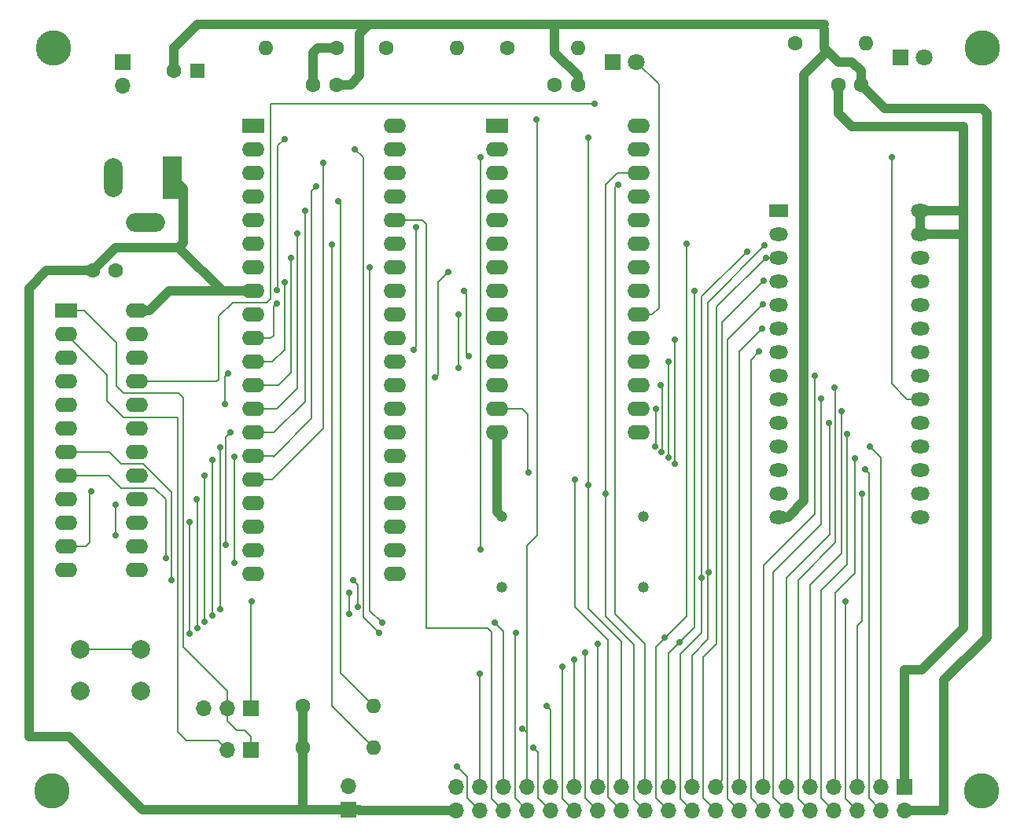
<source format=gbr>
%TF.GenerationSoftware,KiCad,Pcbnew,8.0.6*%
%TF.CreationDate,2024-12-09T21:22:34+01:00*%
%TF.ProjectId,mic1-cpu,6d696331-2d63-4707-952e-6b696361645f,rev?*%
%TF.SameCoordinates,Original*%
%TF.FileFunction,Copper,L1,Top*%
%TF.FilePolarity,Positive*%
%FSLAX46Y46*%
G04 Gerber Fmt 4.6, Leading zero omitted, Abs format (unit mm)*
G04 Created by KiCad (PCBNEW 8.0.6) date 2024-12-09 21:22:34*
%MOMM*%
%LPD*%
G01*
G04 APERTURE LIST*
%TA.AperFunction,ComponentPad*%
%ADD10C,1.600000*%
%TD*%
%TA.AperFunction,ComponentPad*%
%ADD11O,1.600000X1.600000*%
%TD*%
%TA.AperFunction,ComponentPad*%
%ADD12R,1.700000X1.700000*%
%TD*%
%TA.AperFunction,ComponentPad*%
%ADD13O,1.700000X1.700000*%
%TD*%
%TA.AperFunction,ComponentPad*%
%ADD14C,3.800000*%
%TD*%
%TA.AperFunction,ComponentPad*%
%ADD15C,1.800000*%
%TD*%
%TA.AperFunction,ComponentPad*%
%ADD16R,1.800000X1.800000*%
%TD*%
%TA.AperFunction,ComponentPad*%
%ADD17R,1.600000X1.600000*%
%TD*%
%TA.AperFunction,ComponentPad*%
%ADD18C,2.000000*%
%TD*%
%TA.AperFunction,ComponentPad*%
%ADD19R,2.000000X1.440000*%
%TD*%
%TA.AperFunction,ComponentPad*%
%ADD20O,2.000000X1.440000*%
%TD*%
%TA.AperFunction,ComponentPad*%
%ADD21O,4.200000X2.000000*%
%TD*%
%TA.AperFunction,ComponentPad*%
%ADD22O,2.000000X4.200000*%
%TD*%
%TA.AperFunction,ComponentPad*%
%ADD23R,2.000000X4.600000*%
%TD*%
%TA.AperFunction,ComponentPad*%
%ADD24R,2.400000X1.600000*%
%TD*%
%TA.AperFunction,ComponentPad*%
%ADD25O,2.400000X1.600000*%
%TD*%
%TA.AperFunction,ComponentPad*%
%ADD26C,1.192000*%
%TD*%
%TA.AperFunction,ViaPad*%
%ADD27C,0.700000*%
%TD*%
%TA.AperFunction,Conductor*%
%ADD28C,0.200000*%
%TD*%
%TA.AperFunction,Conductor*%
%ADD29C,1.000000*%
%TD*%
G04 APERTURE END LIST*
D10*
%TO.P,R6,1*%
%TO.N,VDD*%
X62390000Y-118400000D03*
D11*
%TO.P,R6,2*%
%TO.N,~{NMI}*%
X70010000Y-118400000D03*
%TD*%
D10*
%TO.P,R5,1*%
%TO.N,VDD*%
X62390000Y-113900000D03*
D11*
%TO.P,R5,2*%
%TO.N,~{IRQ}*%
X70010000Y-113900000D03*
%TD*%
D12*
%TO.P,J6,1,Pin_1*%
%TO.N,CLK*%
X56775000Y-118612500D03*
D13*
%TO.P,J6,2,Pin_2*%
%TO.N,Net-(IC1-RWB)*%
X54235000Y-118612500D03*
%TD*%
D10*
%TO.P,C3,2*%
%TO.N,GND*%
X122500000Y-47000000D03*
%TO.P,C3,1*%
%TO.N,VDD*%
X120000000Y-47000000D03*
%TD*%
D12*
%TO.P,J1,1,Pin_1*%
%TO.N,VDD*%
X127120000Y-122560000D03*
D13*
%TO.P,J1,2,Pin_2*%
%TO.N,GND*%
X127120000Y-125100000D03*
%TO.P,J1,3,Pin_3*%
%TO.N,/D0*%
X124580000Y-122560000D03*
%TO.P,J1,4,Pin_4*%
%TO.N,/D1*%
X124580000Y-125100000D03*
%TO.P,J1,5,Pin_5*%
%TO.N,/D2*%
X122040000Y-122560000D03*
%TO.P,J1,6,Pin_6*%
%TO.N,/D3*%
X122040000Y-125100000D03*
%TO.P,J1,7,Pin_7*%
%TO.N,/D4*%
X119500000Y-122560000D03*
%TO.P,J1,8,Pin_8*%
%TO.N,/D5*%
X119500000Y-125100000D03*
%TO.P,J1,9,Pin_9*%
%TO.N,/D6*%
X116960000Y-122560000D03*
%TO.P,J1,10,Pin_10*%
%TO.N,/D7*%
X116960000Y-125100000D03*
%TO.P,J1,11,Pin_11*%
%TO.N,/A0*%
X114420000Y-122560000D03*
%TO.P,J1,12,Pin_12*%
%TO.N,/A1*%
X114420000Y-125100000D03*
%TO.P,J1,13,Pin_13*%
%TO.N,/A2*%
X111880000Y-122560000D03*
%TO.P,J1,14,Pin_14*%
%TO.N,/A3*%
X111880000Y-125100000D03*
%TO.P,J1,15,Pin_15*%
%TO.N,/A4*%
X109340000Y-122560000D03*
%TO.P,J1,16,Pin_16*%
%TO.N,/A5*%
X109340000Y-125100000D03*
%TO.P,J1,17,Pin_17*%
%TO.N,/A6*%
X106800000Y-122560000D03*
%TO.P,J1,18,Pin_18*%
%TO.N,/A7*%
X106800000Y-125100000D03*
%TO.P,J1,19,Pin_19*%
%TO.N,/A8*%
X104260000Y-122560000D03*
%TO.P,J1,20,Pin_20*%
%TO.N,/A9*%
X104260000Y-125100000D03*
%TO.P,J1,21,Pin_21*%
%TO.N,/A10*%
X101720000Y-122560000D03*
%TO.P,J1,22,Pin_22*%
%TO.N,/A11*%
X101720000Y-125100000D03*
%TO.P,J1,23,Pin_23*%
%TO.N,/A12*%
X99180000Y-122560000D03*
%TO.P,J1,24,Pin_24*%
%TO.N,/A13*%
X99180000Y-125100000D03*
%TO.P,J1,25,Pin_25*%
%TO.N,/A14*%
X96640000Y-122560000D03*
%TO.P,J1,26,Pin_26*%
%TO.N,/A15*%
X96640000Y-125100000D03*
%TO.P,J1,27,Pin_27*%
%TO.N,CSIO1*%
X94100000Y-122560000D03*
%TO.P,J1,28,Pin_28*%
%TO.N,CSIO2*%
X94100000Y-125100000D03*
%TO.P,J1,29,Pin_29*%
%TO.N,CSIO3*%
X91560000Y-122560000D03*
%TO.P,J1,30,Pin_30*%
%TO.N,CSIO4*%
X91560000Y-125100000D03*
%TO.P,J1,31,Pin_31*%
%TO.N,~{IRQ}*%
X89020000Y-122560000D03*
%TO.P,J1,32,Pin_32*%
%TO.N,~{NMI}*%
X89020000Y-125100000D03*
%TO.P,J1,33,Pin_33*%
%TO.N,RESB*%
X86480000Y-122560000D03*
%TO.P,J1,34,Pin_34*%
%TO.N,RDY*%
X86480000Y-125100000D03*
%TO.P,J1,35,Pin_35*%
%TO.N,SYNC*%
X83940000Y-122560000D03*
%TO.P,J1,36,Pin_36*%
%TO.N,BE*%
X83940000Y-125100000D03*
%TO.P,J1,37,Pin_37*%
%TO.N,CSIO5*%
X81400000Y-122560000D03*
%TO.P,J1,38,Pin_38*%
%TO.N,CLK*%
X81400000Y-125100000D03*
%TO.P,J1,39,Pin_39*%
%TO.N,GND*%
X78860000Y-122560000D03*
%TO.P,J1,40,Pin_40*%
%TO.N,VDD*%
X78860000Y-125100000D03*
%TD*%
D11*
%TO.P,R1,2*%
%TO.N,RDY*%
X58380000Y-43000000D03*
D10*
%TO.P,R1,1*%
%TO.N,VDD*%
X66000000Y-43000000D03*
%TD*%
D11*
%TO.P,R4,2*%
%TO.N,RESB*%
X79000000Y-43000000D03*
D10*
%TO.P,R4,1*%
%TO.N,VDD*%
X71380000Y-43000000D03*
%TD*%
%TO.P,C2,2*%
%TO.N,GND*%
X92000000Y-47000000D03*
%TO.P,C2,1*%
%TO.N,VDD*%
X89500000Y-47000000D03*
%TD*%
D11*
%TO.P,R2,2*%
%TO.N,Net-(D1-K)*%
X123000000Y-42500000D03*
D10*
%TO.P,R2,1*%
%TO.N,VDD*%
X115380000Y-42500000D03*
%TD*%
%TO.P,C4,1*%
%TO.N,VDD*%
X39750000Y-67000000D03*
%TO.P,C4,2*%
%TO.N,GND*%
X42250000Y-67000000D03*
%TD*%
%TO.P,C1,2*%
%TO.N,GND*%
X66000000Y-47000000D03*
%TO.P,C1,1*%
%TO.N,VDD*%
X63500000Y-47000000D03*
%TD*%
D14*
%TO.P,Hole1,1*%
%TO.N,N/C*%
X35400000Y-123000000D03*
%TD*%
D15*
%TO.P,D1,2,A*%
%TO.N,Net-(D1-A)*%
X129265000Y-44000000D03*
D16*
%TO.P,D1,1,K*%
%TO.N,Net-(D1-K)*%
X126725000Y-44000000D03*
%TD*%
D11*
%TO.P,R3,2*%
%TO.N,Net-(D2-K)*%
X92000000Y-43000000D03*
D10*
%TO.P,R3,1*%
%TO.N,VDD*%
X84380000Y-43000000D03*
%TD*%
%TO.P,C5,2*%
%TO.N,GND*%
X48500000Y-45500000D03*
D17*
%TO.P,C5,1*%
%TO.N,VDD*%
X51000000Y-45500000D03*
%TD*%
D13*
%TO.P,J3,3,Pin_3*%
%TO.N,EXTCLK*%
X51720000Y-114112500D03*
%TO.P,J3,2,Pin_2*%
%TO.N,CLK*%
X54260000Y-114112500D03*
D12*
%TO.P,J3,1,Pin_1*%
%TO.N,Net-(J3-Pin_1)*%
X56800000Y-114112500D03*
%TD*%
D18*
%TO.P,SW1,4,A*%
%TO.N,GND*%
X44900000Y-112300000D03*
%TO.P,SW1,3,K*%
X38400000Y-112300000D03*
%TO.P,SW1,2,2*%
%TO.N,RESB*%
X44900000Y-107800000D03*
%TO.P,SW1,1,1*%
X38400000Y-107800000D03*
%TD*%
D15*
%TO.P,D2,2,A*%
%TO.N,Net-(D2-A)*%
X98265000Y-44500000D03*
D16*
%TO.P,D2,1,K*%
%TO.N,Net-(D2-K)*%
X95725000Y-44500000D03*
%TD*%
D19*
%TO.P,IC3,1,A14*%
%TO.N,/A14*%
X113607500Y-60510000D03*
D20*
%TO.P,IC3,2,A12*%
%TO.N,/A12*%
X113607500Y-63050000D03*
%TO.P,IC3,3,A7*%
%TO.N,/A7*%
X113607500Y-65590000D03*
%TO.P,IC3,4,A6*%
%TO.N,/A6*%
X113607500Y-68130000D03*
%TO.P,IC3,5,A5*%
%TO.N,/A5*%
X113607500Y-70670000D03*
%TO.P,IC3,6,A4*%
%TO.N,/A4*%
X113607500Y-73210000D03*
%TO.P,IC3,7,A3*%
%TO.N,/A3*%
X113607500Y-75750000D03*
%TO.P,IC3,8,A2*%
%TO.N,/A2*%
X113607500Y-78290000D03*
%TO.P,IC3,9,A1*%
%TO.N,/A1*%
X113607500Y-80830000D03*
%TO.P,IC3,10,A0*%
%TO.N,/A0*%
X113607500Y-83370000D03*
%TO.P,IC3,11,D0*%
%TO.N,/D0*%
X113607500Y-85910000D03*
%TO.P,IC3,12,D1*%
%TO.N,/D1*%
X113607500Y-88450000D03*
%TO.P,IC3,13,D2*%
%TO.N,/D2*%
X113607500Y-90990000D03*
%TO.P,IC3,14,GND*%
%TO.N,GND*%
X113607500Y-93530000D03*
%TO.P,IC3,15,D3*%
%TO.N,/D3*%
X128847500Y-93530000D03*
%TO.P,IC3,16,D4*%
%TO.N,/D4*%
X128847500Y-90990000D03*
%TO.P,IC3,17,D5*%
%TO.N,/D5*%
X128847500Y-88450000D03*
%TO.P,IC3,18,D6*%
%TO.N,/D6*%
X128847500Y-85910000D03*
%TO.P,IC3,19,D7*%
%TO.N,/D7*%
X128847500Y-83370000D03*
%TO.P,IC3,20,~{CS}*%
%TO.N,Net-(D1-A)*%
X128847500Y-80830000D03*
%TO.P,IC3,21,A10*%
%TO.N,/A10*%
X128847500Y-78290000D03*
%TO.P,IC3,22,~{OE}*%
%TO.N,Net-(IC2-~{OE})*%
X128847500Y-75750000D03*
%TO.P,IC3,23,A11*%
%TO.N,/A11*%
X128847500Y-73210000D03*
%TO.P,IC3,24,A9*%
%TO.N,/A9*%
X128847500Y-70670000D03*
%TO.P,IC3,25,A8*%
%TO.N,/A8*%
X128847500Y-68130000D03*
%TO.P,IC3,26,A13*%
%TO.N,/A13*%
X128847500Y-65590000D03*
%TO.P,IC3,27,~{WE}*%
%TO.N,VDD*%
X128847500Y-63050000D03*
%TO.P,IC3,28,VCC*%
X128847500Y-60510000D03*
%TD*%
D21*
%TO.P,J2,3,M*%
%TO.N,GND*%
X45400000Y-61800000D03*
D22*
%TO.P,J2,2*%
X42000000Y-57000000D03*
D23*
%TO.P,J2,1*%
%TO.N,VDD*%
X48300000Y-57000000D03*
%TD*%
D24*
%TO.P,IC1,1,VPB*%
%TO.N,unconnected-(IC1-VPB-Pad1)*%
X57000000Y-51420000D03*
D25*
%TO.P,IC1,2,RDY*%
%TO.N,RDY*%
X57000000Y-53960000D03*
%TO.P,IC1,3,PHI1O*%
%TO.N,unconnected-(IC1-PHI1O-Pad3)*%
X57000000Y-56500000D03*
%TO.P,IC1,4,IRQB*%
%TO.N,~{IRQ}*%
X57000000Y-59040000D03*
%TO.P,IC1,5,MLB*%
%TO.N,unconnected-(IC1-MLB-Pad5)*%
X57000000Y-61580000D03*
%TO.P,IC1,6,NMIB*%
%TO.N,~{NMI}*%
X57000000Y-64120000D03*
%TO.P,IC1,7,SYNC*%
%TO.N,SYNC*%
X57000000Y-66660000D03*
%TO.P,IC1,8,VDD*%
%TO.N,VDD*%
X57000000Y-69200000D03*
%TO.P,IC1,9,A0*%
%TO.N,/A0*%
X57000000Y-71740000D03*
%TO.P,IC1,10,A1*%
%TO.N,/A1*%
X57000000Y-74280000D03*
%TO.P,IC1,11,A2*%
%TO.N,/A2*%
X57000000Y-76820000D03*
%TO.P,IC1,12,A3*%
%TO.N,/A3*%
X57000000Y-79360000D03*
%TO.P,IC1,13,A4*%
%TO.N,/A4*%
X57000000Y-81900000D03*
%TO.P,IC1,14,A5*%
%TO.N,/A5*%
X57000000Y-84440000D03*
%TO.P,IC1,15,A6*%
%TO.N,/A6*%
X57000000Y-86980000D03*
%TO.P,IC1,16,A7*%
%TO.N,/A7*%
X57000000Y-89520000D03*
%TO.P,IC1,17,A8*%
%TO.N,/A8*%
X57000000Y-92060000D03*
%TO.P,IC1,18,A9*%
%TO.N,/A9*%
X57000000Y-94600000D03*
%TO.P,IC1,19,A10*%
%TO.N,/A10*%
X57000000Y-97140000D03*
%TO.P,IC1,20,A11*%
%TO.N,/A11*%
X57000000Y-99680000D03*
%TO.P,IC1,21,VSS*%
%TO.N,GND*%
X72240000Y-99680000D03*
%TO.P,IC1,22,A12*%
%TO.N,/A12*%
X72240000Y-97140000D03*
%TO.P,IC1,23,A13*%
%TO.N,/A13*%
X72240000Y-94600000D03*
%TO.P,IC1,24,A14*%
%TO.N,/A14*%
X72240000Y-92060000D03*
%TO.P,IC1,25,A15*%
%TO.N,/A15*%
X72240000Y-89520000D03*
%TO.P,IC1,26,D7*%
%TO.N,/D7*%
X72240000Y-86980000D03*
%TO.P,IC1,27,D6*%
%TO.N,/D6*%
X72240000Y-84440000D03*
%TO.P,IC1,28,D5*%
%TO.N,/D5*%
X72240000Y-81900000D03*
%TO.P,IC1,29,D4*%
%TO.N,/D4*%
X72240000Y-79360000D03*
%TO.P,IC1,30,D3*%
%TO.N,/D3*%
X72240000Y-76820000D03*
%TO.P,IC1,31,D2*%
%TO.N,/D2*%
X72240000Y-74280000D03*
%TO.P,IC1,32,D1*%
%TO.N,/D1*%
X72240000Y-71740000D03*
%TO.P,IC1,33,D0*%
%TO.N,/D0*%
X72240000Y-69200000D03*
%TO.P,IC1,34,RWB*%
%TO.N,Net-(IC1-RWB)*%
X72240000Y-66660000D03*
%TO.P,IC1,35,NC*%
%TO.N,unconnected-(IC1-NC-Pad35)*%
X72240000Y-64120000D03*
%TO.P,IC1,36,BE*%
%TO.N,BE*%
X72240000Y-61580000D03*
%TO.P,IC1,37,PHI2*%
%TO.N,CLK*%
X72240000Y-59040000D03*
%TO.P,IC1,38,SOB*%
%TO.N,unconnected-(IC1-SOB-Pad38)*%
X72240000Y-56500000D03*
%TO.P,IC1,39,PHI2O*%
%TO.N,unconnected-(IC1-PHI2O-Pad39)*%
X72240000Y-53960000D03*
%TO.P,IC1,40,RESB*%
%TO.N,RESB*%
X72240000Y-51420000D03*
%TD*%
D14*
%TO.P,Hole2,1*%
%TO.N,N/C*%
X35500000Y-43000000D03*
%TD*%
D13*
%TO.P,J4,2,Pin_2*%
%TO.N,GND*%
X43000000Y-47040000D03*
D12*
%TO.P,J4,1,Pin_1*%
%TO.N,VDD*%
X43000000Y-44500000D03*
%TD*%
D13*
%TO.P,J5,2,Pin_2*%
%TO.N,GND*%
X67300000Y-122535000D03*
D12*
%TO.P,J5,1,Pin_1*%
%TO.N,VDD*%
X67300000Y-125075000D03*
%TD*%
D14*
%TO.P,Hole4,1*%
%TO.N,N/C*%
X135400000Y-123000000D03*
%TD*%
%TO.P,Hole3,1*%
%TO.N,N/C*%
X135500000Y-43000000D03*
%TD*%
D25*
%TO.P,IC2,28,VCC*%
%TO.N,VDD*%
X98500000Y-51420000D03*
%TO.P,IC2,27,~{WE}*%
%TO.N,Net-(IC2-~{WE})*%
X98500000Y-53960000D03*
%TO.P,IC2,26,A13*%
%TO.N,/A13*%
X98500000Y-56500000D03*
%TO.P,IC2,25,A8*%
%TO.N,/A8*%
X98500000Y-59040000D03*
%TO.P,IC2,24,A9*%
%TO.N,/A9*%
X98500000Y-61580000D03*
%TO.P,IC2,23,A11*%
%TO.N,/A11*%
X98500000Y-64120000D03*
%TO.P,IC2,22,~{OE}*%
%TO.N,Net-(IC2-~{OE})*%
X98500000Y-66660000D03*
%TO.P,IC2,21,A10*%
%TO.N,/A10*%
X98500000Y-69200000D03*
%TO.P,IC2,20,~{CS}*%
%TO.N,Net-(D2-A)*%
X98500000Y-71740000D03*
%TO.P,IC2,19,D7*%
%TO.N,/D7*%
X98500000Y-74280000D03*
%TO.P,IC2,18,D6*%
%TO.N,/D6*%
X98500000Y-76820000D03*
%TO.P,IC2,17,D5*%
%TO.N,/D5*%
X98500000Y-79360000D03*
%TO.P,IC2,16,D4*%
%TO.N,/D4*%
X98500000Y-81900000D03*
%TO.P,IC2,15,D3*%
%TO.N,/D3*%
X98500000Y-84440000D03*
%TO.P,IC2,14,VSS*%
%TO.N,GND*%
X83260000Y-84440000D03*
%TO.P,IC2,13,D2*%
%TO.N,/D2*%
X83260000Y-81900000D03*
%TO.P,IC2,12,D1*%
%TO.N,/D1*%
X83260000Y-79360000D03*
%TO.P,IC2,11,D0*%
%TO.N,/D0*%
X83260000Y-76820000D03*
%TO.P,IC2,10,A0*%
%TO.N,/A0*%
X83260000Y-74280000D03*
%TO.P,IC2,9,A1*%
%TO.N,/A1*%
X83260000Y-71740000D03*
%TO.P,IC2,8,A2*%
%TO.N,/A2*%
X83260000Y-69200000D03*
%TO.P,IC2,7,A3*%
%TO.N,/A3*%
X83260000Y-66660000D03*
%TO.P,IC2,6,A4*%
%TO.N,/A4*%
X83260000Y-64120000D03*
%TO.P,IC2,5,A5*%
%TO.N,/A5*%
X83260000Y-61580000D03*
%TO.P,IC2,4,A6*%
%TO.N,/A6*%
X83260000Y-59040000D03*
%TO.P,IC2,3,A7*%
%TO.N,/A7*%
X83260000Y-56500000D03*
%TO.P,IC2,2,A12*%
%TO.N,/A12*%
X83260000Y-53960000D03*
D24*
%TO.P,IC2,1,A14*%
%TO.N,/A14*%
X83260000Y-51420000D03*
%TD*%
D26*
%TO.P,Y1,1,NC*%
%TO.N,unconnected-(Y1-NC-Pad1)*%
X99000000Y-93500000D03*
%TO.P,Y1,7,GND*%
%TO.N,GND*%
X83760000Y-93500000D03*
%TO.P,Y1,8,OUTPUT*%
%TO.N,Net-(J3-Pin_1)*%
X83760000Y-101120000D03*
%TO.P,Y1,14,+5V*%
%TO.N,VDD*%
X99000000Y-101120000D03*
%TD*%
D24*
%TO.P,IC4,1,CLK*%
%TO.N,CLK*%
X36880000Y-71300000D03*
D25*
%TO.P,IC4,2,~{RW}*%
%TO.N,Net-(IC1-RWB)*%
X36880000Y-73840000D03*
%TO.P,IC4,3,A15*%
%TO.N,/A15*%
X36880000Y-76380000D03*
%TO.P,IC4,4,A14*%
%TO.N,/A14*%
X36880000Y-78920000D03*
%TO.P,IC4,5,A13*%
%TO.N,/A13*%
X36880000Y-81460000D03*
%TO.P,IC4,6,A12*%
%TO.N,/A12*%
X36880000Y-84000000D03*
%TO.P,IC4,7,A11*%
%TO.N,/A11*%
X36880000Y-86540000D03*
%TO.P,IC4,8,A10*%
%TO.N,/A10*%
X36880000Y-89080000D03*
%TO.P,IC4,9,A9*%
%TO.N,/A9*%
X36880000Y-91620000D03*
%TO.P,IC4,10,A8*%
%TO.N,/A8*%
X36880000Y-94160000D03*
%TO.P,IC4,11,A7*%
%TO.N,/A7*%
X36880000Y-96700000D03*
%TO.P,IC4,12,GND*%
%TO.N,GND*%
X36880000Y-99240000D03*
%TO.P,IC4,13,A6*%
%TO.N,/A6*%
X44500000Y-99240000D03*
%TO.P,IC4,14,A5*%
%TO.N,/A5*%
X44500000Y-96700000D03*
%TO.P,IC4,15,CSIO5*%
%TO.N,CSIO5*%
X44500000Y-94160000D03*
%TO.P,IC4,16,CSIO4*%
%TO.N,CSIO4*%
X44500000Y-91620000D03*
%TO.P,IC4,17,CSIO3*%
%TO.N,CSIO3*%
X44500000Y-89080000D03*
%TO.P,IC4,18,CSIO2*%
%TO.N,CSIO2*%
X44500000Y-86540000D03*
%TO.P,IC4,19,CSIO1*%
%TO.N,CSIO1*%
X44500000Y-84000000D03*
%TO.P,IC4,20,~{CSRAM}*%
%TO.N,Net-(D2-A)*%
X44500000Y-81460000D03*
%TO.P,IC4,21,~{CSROM}*%
%TO.N,Net-(D1-A)*%
X44500000Y-78920000D03*
%TO.P,IC4,22,~{OE}*%
%TO.N,Net-(IC2-~{OE})*%
X44500000Y-76380000D03*
%TO.P,IC4,23,~{WE}*%
%TO.N,Net-(IC2-~{WE})*%
X44500000Y-73840000D03*
%TO.P,IC4,24,VCC*%
%TO.N,VDD*%
X44500000Y-71300000D03*
%TD*%
D27*
%TO.N,VDD*%
X127120000Y-110000000D03*
%TO.N,Net-(D1-A)*%
X93800000Y-49000000D03*
%TO.N,CSIO5*%
X81400000Y-110400000D03*
X50200000Y-106100000D03*
X50150000Y-94100000D03*
%TO.N,CSIO4*%
X90300000Y-109600000D03*
X51000000Y-105500000D03*
X50900000Y-91620000D03*
%TO.N,CSIO3*%
X51800000Y-89100000D03*
X51800000Y-104800000D03*
X91600000Y-108900000D03*
%TO.N,CSIO2*%
X92800000Y-108100000D03*
X52600000Y-104100000D03*
X52600000Y-87400000D03*
%TO.N,CSIO1*%
X94100000Y-107200000D03*
X53500000Y-103500000D03*
X53450000Y-86000000D03*
%TO.N,/A5*%
X54100000Y-96500000D03*
X54600000Y-84400000D03*
%TO.N,/A6*%
X55000000Y-98500000D03*
X55000000Y-87000000D03*
%TO.N,/A7*%
X39620000Y-90800000D03*
%TO.N,/A11*%
X48250000Y-100340000D03*
%TO.N,/A10*%
X47600000Y-98000000D03*
%TO.N,/A9*%
X42200000Y-95500000D03*
X42200000Y-92200000D03*
%TO.N,~{NMI}*%
X65500000Y-64200000D03*
%TO.N,~{IRQ}*%
X66200000Y-59500000D03*
%TO.N,Net-(J3-Pin_1)*%
X56850000Y-102650000D03*
%TO.N,/A14*%
X93100000Y-90100000D03*
%TO.N,RESB*%
X87500000Y-50700000D03*
%TO.N,Net-(D2-A)*%
X78000000Y-67100000D03*
X76600000Y-78500000D03*
X54000000Y-81400000D03*
X54300000Y-78100000D03*
%TO.N,Net-(IC2-~{OE})*%
X74300000Y-75500000D03*
X74600000Y-62300000D03*
%TO.N,RESB*%
X86000000Y-116300000D03*
%TO.N,CLK*%
X79000000Y-120400000D03*
%TO.N,~{NMI}*%
X87200000Y-118400000D03*
%TO.N,~{IRQ}*%
X88600000Y-113900000D03*
%TO.N,RDY*%
X85330000Y-106000000D03*
X70600000Y-106000000D03*
%TO.N,SYNC*%
X83000000Y-104900000D03*
%TO.N,RDY*%
X68000000Y-53900000D03*
%TO.N,Net-(IC2-~{WE})*%
X60400000Y-52800000D03*
X59600000Y-69100000D03*
%TO.N,SYNC*%
X70900000Y-104900000D03*
X69565380Y-66615380D03*
%TO.N,/A11*%
X101300000Y-106500000D03*
X67400000Y-101700000D03*
X67400000Y-104000000D03*
%TO.N,/A10*%
X102900000Y-107000000D03*
X68265380Y-103200000D03*
X67750000Y-100350000D03*
%TO.N,/A9*%
X105300000Y-100100000D03*
%TO.N,/A8*%
X106100000Y-99500000D03*
%TO.N,/A12*%
X96300000Y-57700000D03*
%TO.N,/A7*%
X64600000Y-55400000D03*
%TO.N,/A5*%
X62600000Y-60500000D03*
%TO.N,/A6*%
X63800000Y-57900000D03*
%TO.N,/A4*%
X61800000Y-63000000D03*
%TO.N,/A3*%
X61100000Y-65600000D03*
%TO.N,/A2*%
X60450000Y-68200000D03*
%TO.N,/A1*%
X59600000Y-70500000D03*
%TO.N,/A15*%
X91700000Y-89500000D03*
%TO.N,/A14*%
X93100000Y-52700000D03*
%TO.N,/A12*%
X81500000Y-97000000D03*
%TO.N,/A13*%
X95000000Y-91000000D03*
%TO.N,/A12*%
X81500000Y-54800000D03*
%TO.N,/D0*%
X79700000Y-69200000D03*
X80200000Y-76200000D03*
%TO.N,/D1*%
X79100000Y-77500000D03*
X79100000Y-71700000D03*
%TO.N,/A11*%
X103700000Y-64100000D03*
%TO.N,/A10*%
X104500000Y-69200000D03*
%TO.N,/A9*%
X110200000Y-64900000D03*
%TO.N,/A8*%
X112100000Y-64300000D03*
%TO.N,/A7*%
X112200000Y-65600000D03*
%TO.N,/A6*%
X112000000Y-68100000D03*
%TO.N,/A5*%
X111900000Y-70600000D03*
%TO.N,/A4*%
X111800000Y-73200000D03*
%TO.N,/A3*%
X111500000Y-75700000D03*
%TO.N,/A2*%
X117500000Y-78300000D03*
%TO.N,/A1*%
X118200000Y-80800000D03*
%TO.N,/A0*%
X119000000Y-83400000D03*
%TO.N,/D2*%
X86700000Y-88700000D03*
%TO.N,/D4*%
X100400000Y-81900000D03*
X100300000Y-85900000D03*
%TO.N,/D5*%
X100900000Y-79360000D03*
X101000000Y-86500000D03*
%TO.N,/D6*%
X101700000Y-76800000D03*
X101700000Y-87100000D03*
%TO.N,/D7*%
X102400000Y-74400000D03*
X102400000Y-87800000D03*
%TO.N,Net-(D1-A)*%
X125800000Y-54800000D03*
%TO.N,/D7*%
X119600000Y-79600000D03*
%TO.N,/D6*%
X120350000Y-82150000D03*
%TO.N,/D5*%
X121000000Y-84600000D03*
%TO.N,/D4*%
X121800000Y-87200000D03*
%TO.N,/D3*%
X120800000Y-102600000D03*
%TO.N,/D2*%
X122600000Y-91000000D03*
%TO.N,/D1*%
X122900000Y-88400000D03*
%TO.N,/D0*%
X123400000Y-85900000D03*
%TD*%
D28*
%TO.N,Net-(IC2-~{OE})*%
X74600000Y-75200000D02*
X74300000Y-75500000D01*
X74600000Y-62300000D02*
X74600000Y-75200000D01*
%TO.N,Net-(D1-A)*%
X53080000Y-78920000D02*
X44500000Y-78920000D01*
X54800000Y-70400000D02*
X53300000Y-71900000D01*
X58900000Y-70000000D02*
X58500000Y-70400000D01*
X58900000Y-49000000D02*
X58900000Y-70000000D01*
X53300000Y-78700000D02*
X53080000Y-78920000D01*
X93800000Y-49000000D02*
X58900000Y-49000000D01*
X58500000Y-70400000D02*
X54800000Y-70400000D01*
X53300000Y-71900000D02*
X53300000Y-78700000D01*
%TO.N,/A2*%
X59080000Y-76820000D02*
X57000000Y-76820000D01*
X60400000Y-68250000D02*
X60400000Y-75500000D01*
X60400000Y-75500000D02*
X59080000Y-76820000D01*
X60450000Y-68200000D02*
X60400000Y-68250000D01*
%TO.N,Net-(D2-A)*%
X76900000Y-68200000D02*
X76900000Y-78200000D01*
X78000000Y-67100000D02*
X76900000Y-68200000D01*
X76900000Y-78200000D02*
X76600000Y-78500000D01*
%TO.N,/D0*%
X80000000Y-76000000D02*
X80000000Y-69500000D01*
X80000000Y-69500000D02*
X79700000Y-69200000D01*
X80200000Y-76200000D02*
X80000000Y-76000000D01*
%TO.N,/D6*%
X116960000Y-100840000D02*
X116960000Y-122560000D01*
X120350000Y-97450000D02*
X116960000Y-100840000D01*
X120350000Y-82150000D02*
X120350000Y-97450000D01*
%TO.N,/D7*%
X115700000Y-123840000D02*
X116960000Y-125100000D01*
X115700000Y-100300000D02*
X115700000Y-123840000D01*
X119700000Y-96300000D02*
X115700000Y-100300000D01*
X119700000Y-79700000D02*
X119700000Y-96300000D01*
X119600000Y-79600000D02*
X119700000Y-79700000D01*
%TO.N,/D2*%
X86000000Y-81900000D02*
X83260000Y-81900000D01*
X86600000Y-82500000D02*
X86000000Y-81900000D01*
X86600000Y-88600000D02*
X86600000Y-82500000D01*
X86700000Y-88700000D02*
X86600000Y-88600000D01*
%TO.N,/A15*%
X95250000Y-106750000D02*
X95250000Y-123710000D01*
X91700000Y-103200000D02*
X95250000Y-106750000D01*
X95250000Y-123710000D02*
X96640000Y-125100000D01*
X91700000Y-89500000D02*
X91700000Y-103200000D01*
%TO.N,/A5*%
X108100000Y-74400000D02*
X111900000Y-70600000D01*
X108100000Y-123860000D02*
X108100000Y-74400000D01*
X109340000Y-125100000D02*
X108100000Y-123860000D01*
%TO.N,/A7*%
X106900000Y-70900000D02*
X112200000Y-65600000D01*
X106900000Y-107200000D02*
X106900000Y-70900000D01*
X105500000Y-123800000D02*
X105500000Y-108600000D01*
X105500000Y-108600000D02*
X106900000Y-107200000D01*
X106800000Y-125100000D02*
X105500000Y-123800000D01*
%TO.N,/A11*%
X67400000Y-101700000D02*
X67400000Y-104000000D01*
%TO.N,/A10*%
X67750000Y-100350000D02*
X68265380Y-100865380D01*
X68265380Y-100865380D02*
X68265380Y-103200000D01*
%TO.N,RDY*%
X68915380Y-54815380D02*
X68000000Y-53900000D01*
X68915380Y-104315380D02*
X68915380Y-54815380D01*
X70600000Y-106000000D02*
X68915380Y-104315380D01*
%TO.N,SYNC*%
X69600000Y-103600000D02*
X70900000Y-104900000D01*
X69600000Y-66650000D02*
X69600000Y-103600000D01*
X69565380Y-66615380D02*
X69600000Y-66650000D01*
%TO.N,~{IRQ}*%
X66400000Y-110290000D02*
X70010000Y-113900000D01*
X66400000Y-59700000D02*
X66400000Y-110290000D01*
X66200000Y-59500000D02*
X66400000Y-59700000D01*
%TO.N,~{NMI}*%
X65500000Y-113890000D02*
X70010000Y-118400000D01*
X65500000Y-64200000D02*
X65500000Y-113890000D01*
%TO.N,Net-(J3-Pin_1)*%
X56800000Y-102700000D02*
X56800000Y-114112500D01*
X56850000Y-102650000D02*
X56800000Y-102700000D01*
%TO.N,CSIO2*%
X52600000Y-87400000D02*
X52600000Y-104100000D01*
%TO.N,CSIO3*%
X51800000Y-104800000D02*
X51800000Y-89100000D01*
%TO.N,CSIO4*%
X51000000Y-91720000D02*
X51000000Y-105500000D01*
X50900000Y-91620000D02*
X51000000Y-91720000D01*
%TO.N,CSIO1*%
X53500000Y-103500000D02*
X53450000Y-103450000D01*
X53450000Y-103450000D02*
X53450000Y-86000000D01*
%TO.N,CSIO5*%
X50150000Y-106050000D02*
X50150000Y-94100000D01*
X50200000Y-106100000D02*
X50150000Y-106050000D01*
%TO.N,CLK*%
X49000000Y-80200000D02*
X49500000Y-80700000D01*
X49500000Y-107500000D02*
X54260000Y-112260000D01*
X54260000Y-112260000D02*
X54260000Y-114112500D01*
X42300000Y-79399999D02*
X43100001Y-80200000D01*
X42300000Y-74800000D02*
X42300000Y-79399999D01*
X38800000Y-71300000D02*
X42300000Y-74800000D01*
X43100001Y-80200000D02*
X49000000Y-80200000D01*
X36880000Y-71300000D02*
X38800000Y-71300000D01*
X49500000Y-80700000D02*
X49500000Y-107500000D01*
%TO.N,/A11*%
X45175635Y-87800000D02*
X42800000Y-87800000D01*
X41540000Y-86540000D02*
X36880000Y-86540000D01*
X48250000Y-100340000D02*
X48250000Y-90874365D01*
X48250000Y-90874365D02*
X45175635Y-87800000D01*
X42800000Y-87800000D02*
X41540000Y-86540000D01*
%TO.N,/A7*%
X39000000Y-96700000D02*
X36880000Y-96700000D01*
X39400000Y-96300000D02*
X39000000Y-96700000D01*
X39400000Y-91020000D02*
X39400000Y-96300000D01*
X39620000Y-90800000D02*
X39400000Y-91020000D01*
%TO.N,/A10*%
X46400000Y-90400000D02*
X47600000Y-91600000D01*
X47600000Y-91600000D02*
X47600000Y-98000000D01*
X37000000Y-89100000D02*
X41500000Y-89100000D01*
X42800000Y-90400000D02*
X46400000Y-90400000D01*
X36980000Y-89080000D02*
X37000000Y-89100000D01*
X41500000Y-89100000D02*
X42800000Y-90400000D01*
X36880000Y-89080000D02*
X36980000Y-89080000D01*
%TO.N,Net-(IC1-RWB)*%
X49800000Y-117600000D02*
X53222500Y-117600000D01*
X48900000Y-116700000D02*
X49800000Y-117600000D01*
X43100000Y-82800000D02*
X48900000Y-82800000D01*
X41300000Y-81000000D02*
X43100000Y-82800000D01*
X36880000Y-73820000D02*
X36900000Y-73800000D01*
X48900000Y-82800000D02*
X48900000Y-116700000D01*
X36900000Y-73800000D02*
X41300000Y-78200000D01*
X36880000Y-73840000D02*
X36880000Y-73820000D01*
X41300000Y-78200000D02*
X41300000Y-81000000D01*
X53222500Y-117600000D02*
X54235000Y-118612500D01*
%TO.N,Net-(IC2-~{WE})*%
X59700000Y-53500000D02*
X60400000Y-52800000D01*
X59700000Y-69000000D02*
X59700000Y-53500000D01*
X59600000Y-69100000D02*
X59700000Y-69000000D01*
%TO.N,CSIO5*%
X81400000Y-110400000D02*
X81400000Y-122560000D01*
%TO.N,CSIO4*%
X90300000Y-123840000D02*
X91560000Y-125100000D01*
X90300000Y-109600000D02*
X90300000Y-123840000D01*
%TO.N,CSIO3*%
X91560000Y-108940000D02*
X91600000Y-108900000D01*
X91560000Y-122560000D02*
X91560000Y-108940000D01*
%TO.N,~{NMI}*%
X87700000Y-118900000D02*
X87200000Y-118400000D01*
X87700000Y-123780000D02*
X87700000Y-118900000D01*
X89020000Y-125100000D02*
X87700000Y-123780000D01*
%TO.N,CSIO2*%
X92800000Y-123800000D02*
X94100000Y-125100000D01*
X92800000Y-108100000D02*
X92800000Y-123800000D01*
%TO.N,CSIO1*%
X94100000Y-107200000D02*
X94100000Y-122560000D01*
%TO.N,Net-(D2-A)*%
X54000000Y-78400000D02*
X54000000Y-81400000D01*
X54300000Y-78100000D02*
X54000000Y-78400000D01*
%TO.N,/A5*%
X54100000Y-84900000D02*
X54100000Y-96500000D01*
X54600000Y-84400000D02*
X54100000Y-84900000D01*
%TO.N,/A6*%
X55000000Y-87000000D02*
X55000000Y-98500000D01*
%TO.N,/A9*%
X42200000Y-92200000D02*
X42200000Y-95500000D01*
%TO.N,/A14*%
X96640000Y-106940000D02*
X96640000Y-122560000D01*
X93100000Y-103400000D02*
X96640000Y-106940000D01*
X93100000Y-90100000D02*
X93100000Y-103400000D01*
X93100000Y-90100000D02*
X93100000Y-52700000D01*
%TO.N,/D7*%
X102400000Y-87800000D02*
X102400000Y-74400000D01*
%TO.N,/D6*%
X101700000Y-87100000D02*
X101700000Y-76800000D01*
%TO.N,RESB*%
X87500000Y-50700000D02*
X87600000Y-50800000D01*
X87600000Y-50800000D02*
X87600000Y-95500000D01*
X87600000Y-95500000D02*
X86480000Y-96620000D01*
X86480000Y-96620000D02*
X86480000Y-122560000D01*
%TO.N,BE*%
X82700000Y-123860000D02*
X83940000Y-125100000D01*
X75700000Y-105500000D02*
X82300000Y-105500000D01*
X82700000Y-105900000D02*
X82700000Y-123860000D01*
X75700000Y-62000000D02*
X75700000Y-105500000D01*
X75280000Y-61580000D02*
X75700000Y-62000000D01*
X82300000Y-105500000D02*
X82700000Y-105900000D01*
X72240000Y-61580000D02*
X75280000Y-61580000D01*
%TO.N,RESB*%
X38400000Y-107800000D02*
X44900000Y-107800000D01*
X86480000Y-116780000D02*
X86000000Y-116300000D01*
X86480000Y-122560000D02*
X86480000Y-116780000D01*
%TO.N,CLK*%
X56775000Y-117175000D02*
X56775000Y-118612500D01*
X55300000Y-116500000D02*
X56100000Y-116500000D01*
X54260000Y-115460000D02*
X55300000Y-116500000D01*
X56100000Y-116500000D02*
X56775000Y-117175000D01*
X54260000Y-114112500D02*
X54260000Y-115460000D01*
X80100000Y-123800000D02*
X80100000Y-121500000D01*
X81400000Y-125100000D02*
X80100000Y-123800000D01*
X80100000Y-121500000D02*
X79000000Y-120400000D01*
%TO.N,RDY*%
X85200000Y-106130000D02*
X85330000Y-106000000D01*
X85200000Y-123820000D02*
X85200000Y-106130000D01*
X86480000Y-125100000D02*
X85200000Y-123820000D01*
%TO.N,~{IRQ}*%
X89020000Y-114320000D02*
X89020000Y-122560000D01*
X88600000Y-113900000D02*
X89020000Y-114320000D01*
%TO.N,SYNC*%
X83940000Y-105840000D02*
X83000000Y-104900000D01*
X83940000Y-122560000D02*
X83940000Y-105840000D01*
D29*
%TO.N,VDD*%
X62390000Y-124865000D02*
X62600000Y-125075000D01*
X62600000Y-125075000D02*
X45075000Y-125075000D01*
X67300000Y-125075000D02*
X62600000Y-125075000D01*
X62390000Y-118400000D02*
X62390000Y-124865000D01*
X62390000Y-113900000D02*
X62390000Y-118400000D01*
X68500000Y-125100000D02*
X78860000Y-125100000D01*
X68475000Y-125075000D02*
X68500000Y-125100000D01*
X67300000Y-125075000D02*
X68475000Y-125075000D01*
X45075000Y-125075000D02*
X37200000Y-117200000D01*
X32900000Y-117200000D02*
X37200000Y-117200000D01*
X34800000Y-67000000D02*
X32900000Y-68900000D01*
X39750000Y-67000000D02*
X34800000Y-67000000D01*
X32900000Y-68900000D02*
X32900000Y-117200000D01*
D28*
%TO.N,/A12*%
X99180000Y-107180000D02*
X96000000Y-104000000D01*
X99180000Y-122560000D02*
X99180000Y-107180000D01*
X96000000Y-104000000D02*
X96000000Y-58000000D01*
X96000000Y-58000000D02*
X96300000Y-57700000D01*
%TO.N,/A10*%
X104500000Y-105400000D02*
X104500000Y-69200000D01*
X101720000Y-108180000D02*
X104500000Y-105400000D01*
X101720000Y-122560000D02*
X101720000Y-108180000D01*
%TO.N,/A8*%
X106000000Y-106700000D02*
X106000000Y-70400000D01*
X104260000Y-108440000D02*
X106000000Y-106700000D01*
X106000000Y-70400000D02*
X112100000Y-64300000D01*
X104260000Y-122560000D02*
X104260000Y-108440000D01*
%TO.N,/A6*%
X107500000Y-72600000D02*
X112000000Y-68100000D01*
X107500000Y-121860000D02*
X107500000Y-72600000D01*
X106800000Y-122560000D02*
X107500000Y-121860000D01*
%TO.N,/A4*%
X109340000Y-122560000D02*
X109340000Y-75660000D01*
X109340000Y-75660000D02*
X111800000Y-73200000D01*
%TO.N,/A2*%
X117500000Y-93200000D02*
X117500000Y-78300000D01*
X112000000Y-98700000D02*
X117500000Y-93200000D01*
X112000000Y-122440000D02*
X112000000Y-98700000D01*
X111880000Y-122560000D02*
X112000000Y-122440000D01*
%TO.N,/A0*%
X114420000Y-100080000D02*
X114420000Y-122560000D01*
X119100000Y-95400000D02*
X114420000Y-100080000D01*
X119100000Y-83500000D02*
X119100000Y-95400000D01*
X119000000Y-83400000D02*
X119100000Y-83500000D01*
%TO.N,/D4*%
X119700000Y-101700000D02*
X119700000Y-122360000D01*
X121800000Y-99600000D02*
X119700000Y-101700000D01*
X121800000Y-87200000D02*
X121800000Y-99600000D01*
X119700000Y-122360000D02*
X119500000Y-122560000D01*
%TO.N,/D2*%
X122600000Y-104700000D02*
X122040000Y-105260000D01*
X122600000Y-91000000D02*
X122600000Y-104700000D01*
X122040000Y-105260000D02*
X122040000Y-122560000D01*
%TO.N,/D0*%
X124580000Y-87080000D02*
X123400000Y-85900000D01*
X124580000Y-122560000D02*
X124580000Y-87080000D01*
%TO.N,/A13*%
X98030000Y-107230000D02*
X95000000Y-104200000D01*
X95000000Y-104200000D02*
X95000000Y-91000000D01*
X98030000Y-123950000D02*
X98030000Y-107230000D01*
X99180000Y-125100000D02*
X98030000Y-123950000D01*
%TO.N,/A11*%
X103700000Y-104200000D02*
X103700000Y-64100000D01*
X100400000Y-107500000D02*
X103700000Y-104200000D01*
X100400000Y-123780000D02*
X100400000Y-107500000D01*
X101720000Y-125100000D02*
X100400000Y-123780000D01*
%TO.N,/A9*%
X105300000Y-69800000D02*
X110200000Y-64900000D01*
X103000000Y-108300000D02*
X105300000Y-106000000D01*
X105300000Y-106000000D02*
X105300000Y-69800000D01*
X103000000Y-123840000D02*
X103000000Y-108300000D01*
X104260000Y-125100000D02*
X103000000Y-123840000D01*
%TO.N,/A3*%
X110600000Y-76600000D02*
X110600000Y-123820000D01*
X111500000Y-75700000D02*
X110600000Y-76600000D01*
X110600000Y-123820000D02*
X111880000Y-125100000D01*
%TO.N,/A1*%
X113030000Y-99470000D02*
X113030000Y-123710000D01*
X118200000Y-94300000D02*
X113030000Y-99470000D01*
X118200000Y-80800000D02*
X118200000Y-94300000D01*
X113030000Y-123710000D02*
X114420000Y-125100000D01*
%TO.N,/D5*%
X121000000Y-98600000D02*
X118200000Y-101400000D01*
X118200000Y-101400000D02*
X118200000Y-123800000D01*
X121000000Y-84600000D02*
X121000000Y-98600000D01*
X118200000Y-123800000D02*
X119500000Y-125100000D01*
%TO.N,/D3*%
X120800000Y-123860000D02*
X120800000Y-102600000D01*
X122040000Y-125100000D02*
X120800000Y-123860000D01*
%TO.N,/D1*%
X123300000Y-123820000D02*
X124580000Y-125100000D01*
X123300000Y-88800000D02*
X123300000Y-123820000D01*
X122900000Y-88400000D02*
X123300000Y-88800000D01*
D29*
%TO.N,VDD*%
X127120000Y-110000000D02*
X127120000Y-122560000D01*
%TO.N,GND*%
X131400000Y-125100000D02*
X127120000Y-125100000D01*
X136000000Y-106500000D02*
X136000000Y-50000000D01*
X136000000Y-50000000D02*
X135500000Y-49500000D01*
X131400000Y-111100000D02*
X136000000Y-106500000D01*
X131400000Y-125100000D02*
X131400000Y-111100000D01*
X135500000Y-49500000D02*
X125000000Y-49500000D01*
X125000000Y-49500000D02*
X122500000Y-47000000D01*
D28*
%TO.N,/A7*%
X59080000Y-89520000D02*
X57000000Y-89520000D01*
X64600000Y-84000000D02*
X59080000Y-89520000D01*
X64600000Y-55400000D02*
X64600000Y-84000000D01*
%TO.N,/A6*%
X63300000Y-82900000D02*
X63300000Y-58400000D01*
X59200000Y-87000000D02*
X63300000Y-82900000D01*
X59180000Y-86980000D02*
X59200000Y-87000000D01*
X57000000Y-86980000D02*
X59180000Y-86980000D01*
X63300000Y-58400000D02*
X63800000Y-57900000D01*
%TO.N,/A5*%
X62600000Y-63348529D02*
X62600000Y-60500000D01*
X59260000Y-84440000D02*
X57000000Y-84440000D01*
X62600000Y-81100000D02*
X59260000Y-84440000D01*
X62600000Y-63348529D02*
X62600000Y-81100000D01*
%TO.N,/A4*%
X59600000Y-81900000D02*
X57000000Y-81900000D01*
X61800000Y-79700000D02*
X59600000Y-81900000D01*
X61800000Y-63000000D02*
X61800000Y-79700000D01*
%TO.N,/A3*%
X61100000Y-78000000D02*
X61100000Y-65600000D01*
X57000000Y-79360000D02*
X59740000Y-79360000D01*
X59740000Y-79360000D02*
X61100000Y-78000000D01*
%TO.N,/A1*%
X58880000Y-74280000D02*
X57000000Y-74280000D01*
X59600000Y-70500000D02*
X59200000Y-70900000D01*
X59200000Y-73960000D02*
X58880000Y-74280000D01*
X59200000Y-70900000D02*
X59200000Y-73960000D01*
%TO.N,/A12*%
X81500000Y-97000000D02*
X81400000Y-97100000D01*
%TO.N,/A13*%
X96200000Y-56500000D02*
X98500000Y-56500000D01*
X95000000Y-91000000D02*
X95000000Y-57700000D01*
X95000000Y-57700000D02*
X96200000Y-56500000D01*
%TO.N,/A12*%
X81500000Y-97000000D02*
X81500000Y-54800000D01*
%TO.N,/D1*%
X79100000Y-71700000D02*
X79100000Y-77500000D01*
D29*
%TO.N,VDD*%
X48000000Y-69200000D02*
X53700000Y-69200000D01*
X45900000Y-71300000D02*
X48000000Y-69200000D01*
X44500000Y-71300000D02*
X45900000Y-71300000D01*
X57000000Y-69200000D02*
X53700000Y-69200000D01*
X53700000Y-69200000D02*
X49000000Y-64500000D01*
D28*
%TO.N,/D5*%
X101100000Y-86400000D02*
X101000000Y-86500000D01*
X101100000Y-79560000D02*
X101100000Y-86400000D01*
X100900000Y-79360000D02*
X101100000Y-79560000D01*
%TO.N,/D4*%
X100300000Y-85900000D02*
X100400000Y-85800000D01*
X100400000Y-85800000D02*
X100400000Y-81900000D01*
D29*
%TO.N,GND*%
X83260000Y-93000000D02*
X83760000Y-93500000D01*
X83260000Y-84440000D02*
X83260000Y-93000000D01*
D28*
%TO.N,Net-(D2-A)*%
X99960000Y-71740000D02*
X98500000Y-71740000D01*
X100700000Y-71000000D02*
X99960000Y-71740000D01*
X98265000Y-44500000D02*
X100700000Y-46935000D01*
X100700000Y-46935000D02*
X100700000Y-71000000D01*
%TO.N,Net-(D1-A)*%
X127430000Y-80830000D02*
X128847500Y-80830000D01*
X125800000Y-79200000D02*
X127430000Y-80830000D01*
X125800000Y-54800000D02*
X125800000Y-79200000D01*
D29*
%TO.N,GND*%
X116300000Y-91800000D02*
X116300000Y-45900000D01*
X114570000Y-93530000D02*
X116300000Y-91800000D01*
X116300000Y-45900000D02*
X118850000Y-43350000D01*
X113607500Y-93530000D02*
X114570000Y-93530000D01*
X118500000Y-43000000D02*
X118850000Y-43350000D01*
X118850000Y-43350000D02*
X120000000Y-44500000D01*
X89500000Y-40500000D02*
X118500000Y-40500000D01*
X89500000Y-43500000D02*
X89500000Y-40500000D01*
X92000000Y-47000000D02*
X92000000Y-46000000D01*
X122500000Y-45500000D02*
X122500000Y-47000000D01*
X120000000Y-44500000D02*
X121500000Y-44500000D01*
X68500000Y-41500000D02*
X69500000Y-40500000D01*
X68500000Y-46000000D02*
X68500000Y-41500000D01*
X48500000Y-45500000D02*
X48500000Y-43000000D01*
X92000000Y-46000000D02*
X89500000Y-43500000D01*
X118500000Y-41000000D02*
X118500000Y-43000000D01*
X48500000Y-43000000D02*
X51000000Y-40500000D01*
X69500000Y-40500000D02*
X89500000Y-40500000D01*
X121500000Y-44500000D02*
X122500000Y-45500000D01*
X67500000Y-47000000D02*
X68500000Y-46000000D01*
X51000000Y-40500000D02*
X69500000Y-40500000D01*
X66000000Y-47000000D02*
X67500000Y-47000000D01*
%TO.N,VDD*%
X133500000Y-63000000D02*
X133500000Y-60500000D01*
X133450000Y-63050000D02*
X133500000Y-63000000D01*
X133490000Y-60510000D02*
X133500000Y-60500000D01*
X39750000Y-67000000D02*
X42250000Y-64500000D01*
X63500000Y-43500000D02*
X64000000Y-43000000D01*
X127120000Y-110000000D02*
X129000000Y-110000000D01*
X128847500Y-63050000D02*
X133450000Y-63050000D01*
X120000000Y-50000000D02*
X120000000Y-47000000D01*
X121500000Y-51500000D02*
X120000000Y-50000000D01*
X133500000Y-51500000D02*
X121500000Y-51500000D01*
X129000000Y-110000000D02*
X133500000Y-105500000D01*
X64000000Y-43000000D02*
X66000000Y-43000000D01*
X133500000Y-105500000D02*
X133500000Y-63000000D01*
X49500000Y-64000000D02*
X49500000Y-58200000D01*
X128847500Y-60510000D02*
X133490000Y-60510000D01*
X49000000Y-64500000D02*
X49500000Y-64000000D01*
X42250000Y-64500000D02*
X49000000Y-64500000D01*
X128847500Y-63050000D02*
X128847500Y-60510000D01*
X63500000Y-47000000D02*
X63500000Y-43500000D01*
X49500000Y-58200000D02*
X48300000Y-57000000D01*
X133500000Y-60500000D02*
X133500000Y-51500000D01*
%TD*%
M02*

</source>
